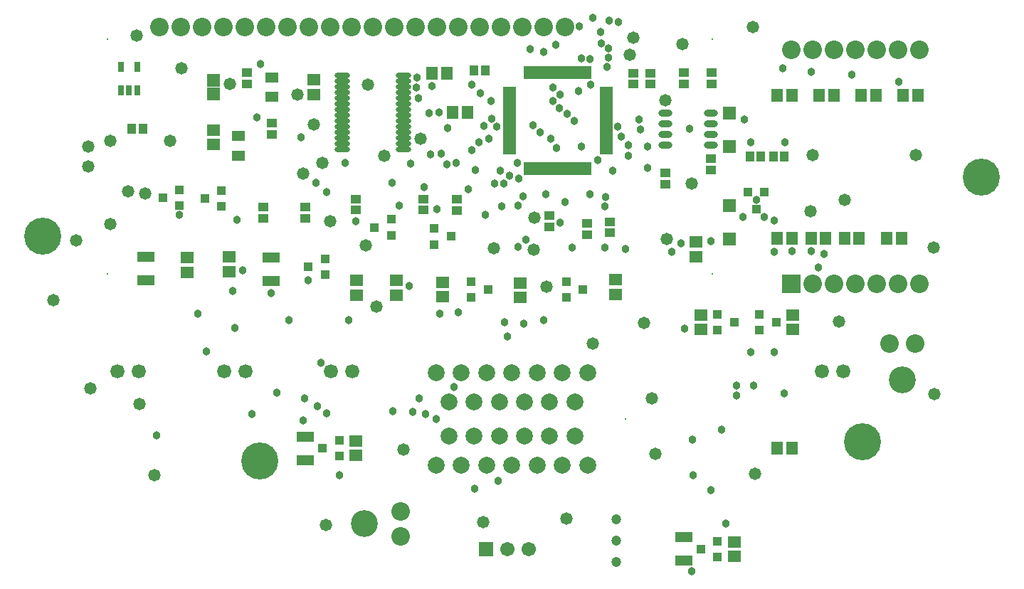
<source format=gbr>
%TF.GenerationSoftware,Altium Limited,Altium Designer,18.1.9 (240)*%
G04 Layer_Color=16711935*
%FSLAX26Y26*%
%MOIN*%
%TF.FileFunction,Soldermask,Bot*%
%TF.Part,Single*%
G01*
G75*
%TA.AperFunction,SMDPad,CuDef*%
%ADD58R,0.039496X0.043433*%
%ADD59R,0.043433X0.039496*%
%ADD60R,0.061150X0.053276*%
%ADD61O,0.065087X0.031622*%
%ADD62R,0.053276X0.061150*%
%ADD63R,0.063118X0.059181*%
%ADD64R,0.047370X0.043433*%
%ADD65R,0.045402X0.041465*%
%ADD66R,0.059181X0.051307*%
%ADD67R,0.043433X0.047370*%
%ADD68O,0.072961X0.027685*%
%ADD69R,0.031622X0.047370*%
%ADD70R,0.078866X0.047370*%
%ADD71R,0.061150X0.019811*%
%ADD72R,0.019811X0.061150*%
%ADD73R,0.041465X0.045402*%
%TA.AperFunction,ComponentPad*%
%ADD74C,0.078866*%
%ADD75C,0.008000*%
%ADD76C,0.086740*%
%ADD77R,0.063118X0.063118*%
%ADD78C,0.066268*%
%TA.AperFunction,ViaPad*%
%ADD79C,0.173354*%
%TA.AperFunction,ComponentPad*%
%ADD80C,0.126110*%
%ADD81R,0.086740X0.086740*%
%ADD82C,0.047370*%
%ADD83R,0.067055X0.067055*%
%ADD84C,0.067055*%
%TA.AperFunction,ViaPad*%
%ADD85C,0.058000*%
%ADD86C,0.038000*%
D58*
X3488189Y1358268D02*
D03*
X3525590Y1437008D02*
D03*
X3450787D02*
D03*
D59*
X905512Y1407480D02*
D03*
X984252Y1370079D02*
D03*
Y1444882D02*
D03*
X2059055Y1228740D02*
D03*
X1980315Y1266142D02*
D03*
Y1191339D02*
D03*
X3307087Y-198819D02*
D03*
Y-273622D02*
D03*
X3228347Y-236220D02*
D03*
X1779528Y1309055D02*
D03*
Y1234252D02*
D03*
X1700787Y1271653D02*
D03*
X3307087Y789370D02*
D03*
Y864173D02*
D03*
X3385827Y826772D02*
D03*
X1535433Y273622D02*
D03*
Y198819D02*
D03*
X1456693Y236220D02*
D03*
X1468504Y1124016D02*
D03*
Y1049213D02*
D03*
X1389764Y1086614D02*
D03*
X3503937Y789370D02*
D03*
Y864173D02*
D03*
X3582677Y826772D02*
D03*
X787402Y1446850D02*
D03*
Y1372047D02*
D03*
X708661Y1409449D02*
D03*
X2598425Y942913D02*
D03*
Y1017716D02*
D03*
X2677165Y980315D02*
D03*
X2152913Y942913D02*
D03*
Y1017716D02*
D03*
X2231654Y980315D02*
D03*
D60*
X944882Y1727362D02*
D03*
Y1658465D02*
D03*
X3206245Y1203740D02*
D03*
Y1134842D02*
D03*
X1417323Y1963583D02*
D03*
Y1894685D02*
D03*
X3661417Y792323D02*
D03*
Y861221D02*
D03*
X1803150Y954724D02*
D03*
Y1023622D02*
D03*
X2019685Y945866D02*
D03*
Y1014764D02*
D03*
X3228347Y792323D02*
D03*
Y861221D02*
D03*
X3385827Y-270669D02*
D03*
Y-201772D02*
D03*
X2830709Y957677D02*
D03*
Y1026575D02*
D03*
X2381890Y941929D02*
D03*
Y1010827D02*
D03*
X822835Y1060039D02*
D03*
Y1128937D02*
D03*
X1019685Y1132874D02*
D03*
Y1063976D02*
D03*
X1618110Y953740D02*
D03*
Y1022638D02*
D03*
X1614173Y201772D02*
D03*
Y270669D02*
D03*
D61*
X3276575Y1806773D02*
D03*
Y1756773D02*
D03*
Y1706773D02*
D03*
Y1656773D02*
D03*
X3062008Y1806773D02*
D03*
Y1756773D02*
D03*
Y1706773D02*
D03*
Y1656773D02*
D03*
D62*
X2136811Y1811024D02*
D03*
X2067913D02*
D03*
X3971457Y1220472D02*
D03*
X3902559D02*
D03*
X3587598Y1889764D02*
D03*
X3656496D02*
D03*
X1969488Y1992126D02*
D03*
X2038386D02*
D03*
X3587599Y236220D02*
D03*
X3656496D02*
D03*
X3813976Y1220472D02*
D03*
X3745079D02*
D03*
X3587599D02*
D03*
X3656496D02*
D03*
X4050197Y1889764D02*
D03*
X3981299D02*
D03*
X4247047D02*
D03*
X4178150D02*
D03*
X4099409Y1220472D02*
D03*
X4168307D02*
D03*
X3853347Y1889764D02*
D03*
X3784449D02*
D03*
D63*
X944882Y1960630D02*
D03*
Y1897638D02*
D03*
D64*
X2086614Y1404528D02*
D03*
Y1351378D02*
D03*
X1181102Y1312008D02*
D03*
Y1365158D02*
D03*
X1377953Y1312008D02*
D03*
Y1365158D02*
D03*
X1220472Y1758858D02*
D03*
Y1705709D02*
D03*
X1102362Y1941929D02*
D03*
Y1995079D02*
D03*
X2695147Y1237205D02*
D03*
Y1290354D02*
D03*
X2803150Y1245079D02*
D03*
Y1298228D02*
D03*
X2521417Y1272638D02*
D03*
Y1325787D02*
D03*
X3062992Y1473425D02*
D03*
Y1526575D02*
D03*
X3279528Y1941929D02*
D03*
Y1995079D02*
D03*
X3149606Y1941929D02*
D03*
Y1995079D02*
D03*
D65*
X1614173Y1403543D02*
D03*
Y1352362D02*
D03*
X1929134Y1403543D02*
D03*
Y1352362D02*
D03*
X3275591Y1592520D02*
D03*
Y1541339D02*
D03*
X2913386Y1994094D02*
D03*
Y1942913D02*
D03*
X2992126Y1994094D02*
D03*
Y1942913D02*
D03*
D66*
X1220472Y1883858D02*
D03*
Y1974409D02*
D03*
X1062992Y1698819D02*
D03*
Y1608268D02*
D03*
D67*
X2165709Y2007874D02*
D03*
X2218858D02*
D03*
X617126Y1732284D02*
D03*
X563976D02*
D03*
D68*
X1835630Y1984016D02*
D03*
Y1957401D02*
D03*
Y1930787D02*
D03*
Y1904173D02*
D03*
Y1877559D02*
D03*
Y1850945D02*
D03*
Y1824331D02*
D03*
Y1797716D02*
D03*
Y1771102D02*
D03*
Y1744488D02*
D03*
Y1717874D02*
D03*
Y1691260D02*
D03*
Y1664646D02*
D03*
Y1638031D02*
D03*
X1550197Y1984016D02*
D03*
Y1957401D02*
D03*
Y1930787D02*
D03*
Y1904173D02*
D03*
Y1877559D02*
D03*
Y1850945D02*
D03*
Y1824331D02*
D03*
Y1797716D02*
D03*
Y1771102D02*
D03*
Y1744488D02*
D03*
Y1717874D02*
D03*
Y1691260D02*
D03*
Y1664646D02*
D03*
Y1638031D02*
D03*
D69*
X588583Y1914370D02*
D03*
X551181D02*
D03*
X513780D02*
D03*
Y2022638D02*
D03*
X588583D02*
D03*
D70*
X3149606Y-291339D02*
D03*
Y-181102D02*
D03*
X1377953Y181102D02*
D03*
Y291339D02*
D03*
X629921Y1023622D02*
D03*
Y1133858D02*
D03*
X1216535Y1019685D02*
D03*
Y1129921D02*
D03*
D71*
X2785433Y1624016D02*
D03*
Y1643701D02*
D03*
Y1663386D02*
D03*
Y1683071D02*
D03*
Y1702756D02*
D03*
Y1722441D02*
D03*
Y1742126D02*
D03*
Y1761811D02*
D03*
Y1781496D02*
D03*
Y1801181D02*
D03*
Y1820866D02*
D03*
Y1840551D02*
D03*
Y1860236D02*
D03*
Y1879921D02*
D03*
Y1899606D02*
D03*
Y1919291D02*
D03*
X2332677D02*
D03*
Y1899606D02*
D03*
Y1879921D02*
D03*
Y1860236D02*
D03*
Y1840551D02*
D03*
Y1820866D02*
D03*
Y1801181D02*
D03*
Y1781496D02*
D03*
Y1761811D02*
D03*
Y1742126D02*
D03*
Y1722441D02*
D03*
Y1702756D02*
D03*
Y1683071D02*
D03*
Y1663386D02*
D03*
Y1643701D02*
D03*
Y1624016D02*
D03*
D72*
X2706693Y1998031D02*
D03*
X2687008D02*
D03*
X2667323D02*
D03*
X2647638D02*
D03*
X2627953D02*
D03*
X2608268D02*
D03*
X2588583D02*
D03*
X2568898D02*
D03*
X2549213D02*
D03*
X2529528D02*
D03*
X2509843D02*
D03*
X2490157D02*
D03*
X2470472D02*
D03*
X2450787D02*
D03*
X2431102D02*
D03*
X2411417D02*
D03*
Y1545275D02*
D03*
X2431102D02*
D03*
X2450787D02*
D03*
X2470472D02*
D03*
X2490157D02*
D03*
X2509843D02*
D03*
X2529528D02*
D03*
X2549213D02*
D03*
X2568898D02*
D03*
X2588583D02*
D03*
X2608268D02*
D03*
X2627953D02*
D03*
X2647638D02*
D03*
X2667323D02*
D03*
X2687008D02*
D03*
X2706693D02*
D03*
D73*
X3509843Y1602362D02*
D03*
X3458661D02*
D03*
X3620079D02*
D03*
X3568898D02*
D03*
D74*
X1989921Y156890D02*
D03*
X2108032D02*
D03*
X2226142D02*
D03*
X2344252D02*
D03*
X2462362D02*
D03*
X2580472D02*
D03*
X2698583D02*
D03*
X2048976Y294685D02*
D03*
X2167087D02*
D03*
X2285197D02*
D03*
X2403307D02*
D03*
X2521417D02*
D03*
X2639528D02*
D03*
X2048976Y452165D02*
D03*
X2167087D02*
D03*
X2285197D02*
D03*
X2403307D02*
D03*
X2521417D02*
D03*
X2639528D02*
D03*
X1989921Y589961D02*
D03*
X2108032D02*
D03*
X2226142D02*
D03*
X2344252D02*
D03*
X2462362D02*
D03*
X2580472D02*
D03*
X2698583D02*
D03*
D75*
X2875748Y373425D02*
D03*
X448189Y2154528D02*
D03*
X3282835D02*
D03*
Y1052165D02*
D03*
X448189D02*
D03*
D76*
X692284Y2209646D02*
D03*
X792284D02*
D03*
X892284D02*
D03*
X992284D02*
D03*
X1092284D02*
D03*
X1192284D02*
D03*
X1292284D02*
D03*
X1392284D02*
D03*
X1492284D02*
D03*
X1592284D02*
D03*
X1692284D02*
D03*
X1792284D02*
D03*
X1892284D02*
D03*
X1992284D02*
D03*
X2092284D02*
D03*
X2192284D02*
D03*
X2292284D02*
D03*
X2392284D02*
D03*
X2492284D02*
D03*
X2592284D02*
D03*
X4232283Y725197D02*
D03*
X4114173D02*
D03*
X1823622Y-177165D02*
D03*
Y-59055D02*
D03*
X3754449Y1005512D02*
D03*
X3854449D02*
D03*
X3954449D02*
D03*
X4054449D02*
D03*
X4154449D02*
D03*
X4254449D02*
D03*
Y2103937D02*
D03*
X4154449D02*
D03*
X4054449D02*
D03*
X3954449D02*
D03*
X3854449D02*
D03*
X3754449D02*
D03*
X3654449D02*
D03*
D77*
X3361575Y1808071D02*
D03*
Y1217520D02*
D03*
Y1375000D02*
D03*
Y1650591D02*
D03*
D78*
X3795984Y597362D02*
D03*
X3895984D02*
D03*
X1595984D02*
D03*
X1495984D02*
D03*
X1095984D02*
D03*
X995984D02*
D03*
X595984D02*
D03*
X495984D02*
D03*
D79*
X4543307Y1507874D02*
D03*
X1161614Y178150D02*
D03*
X147441Y1228740D02*
D03*
X3987008Y266142D02*
D03*
D80*
X4173228Y555118D02*
D03*
X1653543Y-118110D02*
D03*
D81*
X3654449Y1005512D02*
D03*
D82*
X2834646Y-196850D02*
D03*
Y-96850D02*
D03*
Y-296850D02*
D03*
D83*
X2222835Y-236220D02*
D03*
D84*
X2322835D02*
D03*
X2422835D02*
D03*
D85*
X360748Y1557126D02*
D03*
X545276Y1439961D02*
D03*
X360748Y1649094D02*
D03*
X464567Y1287520D02*
D03*
Y1677402D02*
D03*
X1917323Y1687913D02*
D03*
X1661417Y1187109D02*
D03*
X1708661Y901575D02*
D03*
X2724409Y726517D02*
D03*
X2962199Y824961D02*
D03*
X2259370Y1172480D02*
D03*
X2507711Y992126D02*
D03*
X1494402Y1300706D02*
D03*
X1748032Y1607447D02*
D03*
X1669291Y1939449D02*
D03*
X795276Y2017409D02*
D03*
X586409Y2169291D02*
D03*
X744095Y1677165D02*
D03*
X625984Y1430276D02*
D03*
X303150Y1208661D02*
D03*
X196850Y929134D02*
D03*
X598425Y444882D02*
D03*
X370079Y515748D02*
D03*
X671009Y110236D02*
D03*
X1836510Y231449D02*
D03*
X1473267Y-122047D02*
D03*
X2599952Y-94266D02*
D03*
X2210103Y-110608D02*
D03*
X3000000Y468504D02*
D03*
X3015748Y208661D02*
D03*
X3483554Y118110D02*
D03*
X4322835Y491011D02*
D03*
X3876249Y830709D02*
D03*
X4318898Y1176489D02*
D03*
X4236221Y1610236D02*
D03*
X3744095Y1346529D02*
D03*
X3751811Y1610236D02*
D03*
X3184886Y1475493D02*
D03*
X3062992Y1866142D02*
D03*
X3471850Y2210669D02*
D03*
X3142795Y2128494D02*
D03*
X2912992Y2160709D02*
D03*
X3904508Y1398642D02*
D03*
X3070866Y1216535D02*
D03*
X2897638Y2078937D02*
D03*
X2448819Y1318280D02*
D03*
X2444882Y1165354D02*
D03*
X1417323Y1751968D02*
D03*
X1023622Y1941929D02*
D03*
X1338583Y1894685D02*
D03*
X1365158Y1522638D02*
D03*
X1456693Y1574803D02*
D03*
D86*
X3488621Y1398642D02*
D03*
X1476249Y1437008D02*
D03*
X2370074Y1574800D02*
D03*
X1880229Y406481D02*
D03*
X1244094Y496063D02*
D03*
X913386Y688976D02*
D03*
X3137795Y1195507D02*
D03*
X3275591Y1207399D02*
D03*
X2012796Y1615618D02*
D03*
X1814961Y1372695D02*
D03*
X1993519Y1358268D02*
D03*
X2139577Y1451526D02*
D03*
X1357072Y1692913D02*
D03*
X1149606Y1787402D02*
D03*
X1057721Y1308164D02*
D03*
X2551022Y2125984D02*
D03*
X2669286Y2062988D02*
D03*
X2429134Y2106299D02*
D03*
X2571089Y1293802D02*
D03*
X2781152Y1177483D02*
D03*
X2626142Y1178010D02*
D03*
X3476378Y531496D02*
D03*
X3620079Y492126D02*
D03*
X3346457Y-118110D02*
D03*
X3327802Y322835D02*
D03*
X3188976Y275591D02*
D03*
X3192913Y110236D02*
D03*
X3276386Y39559D02*
D03*
X3185039Y-338583D02*
D03*
X1578740Y837142D02*
D03*
X1299213D02*
D03*
X1448228Y637795D02*
D03*
X1389764Y1023622D02*
D03*
X787402Y1328740D02*
D03*
X1425197Y1480315D02*
D03*
X1082677Y1070866D02*
D03*
X2074213Y524212D02*
D03*
X2094042Y874016D02*
D03*
X1787402Y409449D02*
D03*
X1614173Y1299213D02*
D03*
X1216535Y964567D02*
D03*
X1047244Y799213D02*
D03*
X1037402Y974409D02*
D03*
X874016Y866142D02*
D03*
X1125984Y397638D02*
D03*
X3397638Y484252D02*
D03*
X1535433Y110236D02*
D03*
X3397638Y531496D02*
D03*
X3572047Y685039D02*
D03*
X3464567D02*
D03*
X2007874Y866142D02*
D03*
X1909449Y468504D02*
D03*
X1365551Y365551D02*
D03*
X1433071Y433071D02*
D03*
X1476378Y401575D02*
D03*
X1374016Y468504D02*
D03*
X2323036Y759842D02*
D03*
X2311023Y826772D02*
D03*
X2279528Y82677D02*
D03*
X2170514Y47244D02*
D03*
X1862205Y996063D02*
D03*
X1933071Y1459884D02*
D03*
X3656496Y1159449D02*
D03*
X3745079Y1158465D02*
D03*
X3177165Y1732284D02*
D03*
X3622047Y1669291D02*
D03*
X3433071Y1775591D02*
D03*
X3464567Y1669291D02*
D03*
X681102Y295276D02*
D03*
X1562992Y1574803D02*
D03*
X1956693Y1806102D02*
D03*
X2039366Y1566926D02*
D03*
X3525590Y1319354D02*
D03*
X3425197Y1321071D02*
D03*
X2400310Y818898D02*
D03*
X2492126Y836402D02*
D03*
X2814961Y1535433D02*
D03*
X2938650Y1775591D02*
D03*
X2888575Y1657480D02*
D03*
X2944882Y1728347D02*
D03*
X2980315Y1648459D02*
D03*
X2857638Y1696850D02*
D03*
X2839638Y1742126D02*
D03*
X2888575Y1607447D02*
D03*
X2980315Y1549213D02*
D03*
X3614173Y2015748D02*
D03*
X3748032Y2000756D02*
D03*
X3937008Y1988189D02*
D03*
X4157480Y1952756D02*
D03*
X2709286Y2061063D02*
D03*
X2763774Y2133854D02*
D03*
X2759843Y2185039D02*
D03*
X2799023Y2240157D02*
D03*
X2724409Y2251968D02*
D03*
X2795270Y2066925D02*
D03*
X2796069Y2109443D02*
D03*
X2712598Y1940945D02*
D03*
X2657480Y1909449D02*
D03*
X2602362Y1803150D02*
D03*
X2791339Y2023622D02*
D03*
X2494807Y2094488D02*
D03*
X2708661Y1425197D02*
D03*
X2659351Y2212598D02*
D03*
X2551932Y1641732D02*
D03*
X1783465Y1480315D02*
D03*
X2082677Y1574803D02*
D03*
X1869878Y1570866D02*
D03*
X2043307Y1736220D02*
D03*
X2157480Y1633858D02*
D03*
X2235338Y1685039D02*
D03*
X2212598Y1748032D02*
D03*
X2191339Y1669291D02*
D03*
X2173228Y1539370D02*
D03*
X3153543Y795276D02*
D03*
X3094488Y1157480D02*
D03*
X2877953Y1169291D02*
D03*
X2779528Y1370079D02*
D03*
X2783465Y1413386D02*
D03*
X2442274Y1748936D02*
D03*
X2477003Y1717913D02*
D03*
X2527559Y1687488D02*
D03*
X2271937Y1744488D02*
D03*
X2249220Y1780716D02*
D03*
X3574803Y1157480D02*
D03*
Y1302354D02*
D03*
X2503932Y1425194D02*
D03*
X2594488Y1389764D02*
D03*
X3807087Y1145669D02*
D03*
X3779528Y1082677D02*
D03*
X2374011Y1181107D02*
D03*
Y1374013D02*
D03*
X2397633Y1417320D02*
D03*
X2375399Y1500993D02*
D03*
X2409449Y1212598D02*
D03*
X2291334Y1535430D02*
D03*
X2307082Y1476375D02*
D03*
X2263780Y1476378D02*
D03*
X2331819Y1514640D02*
D03*
X1940945Y397638D02*
D03*
X2220468Y1330706D02*
D03*
X2295276Y1370079D02*
D03*
X1989921Y374016D02*
D03*
X2248032Y1862205D02*
D03*
X2669291Y1650591D02*
D03*
X2637795Y1771653D02*
D03*
X2566929Y1830709D02*
D03*
X2535433Y1862205D02*
D03*
Y1925197D02*
D03*
X1964567Y1614173D02*
D03*
X2748032Y1586614D02*
D03*
X2196850Y1899606D02*
D03*
X1968504Y1933071D02*
D03*
X1898701Y1974197D02*
D03*
X2157480Y1940945D02*
D03*
X2003937Y1811024D02*
D03*
X1905512Y1877953D02*
D03*
X1896162Y1925197D02*
D03*
X1165354Y2035433D02*
D03*
X2842520Y2232284D02*
D03*
X2569370Y1893701D02*
D03*
%TF.MD5,7f79448e7435a910d4514c7cf11402df*%
M02*

</source>
